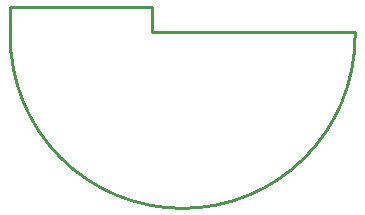
<source format=gbr>
G04 Layer_Color=16711935*
%FSLAX25Y25*%
%MOIN*%
%TF.FileFunction,Keep-out*%
%TF.Part,Single*%
G01*
G75*
%ADD27C,0.01000*%
D27*
X337606Y288999D02*
G03*
X452566Y288720I57480J-279D01*
G01*
X385007Y290000D02*
X452566D01*
Y288720D02*
Y290000D01*
X337606Y288999D02*
Y298500D01*
X385007D01*
Y290000D02*
Y298500D01*
%TF.MD5,9B225D5CCCDE3E63EE8EAA12D8322B08*%
M02*

</source>
